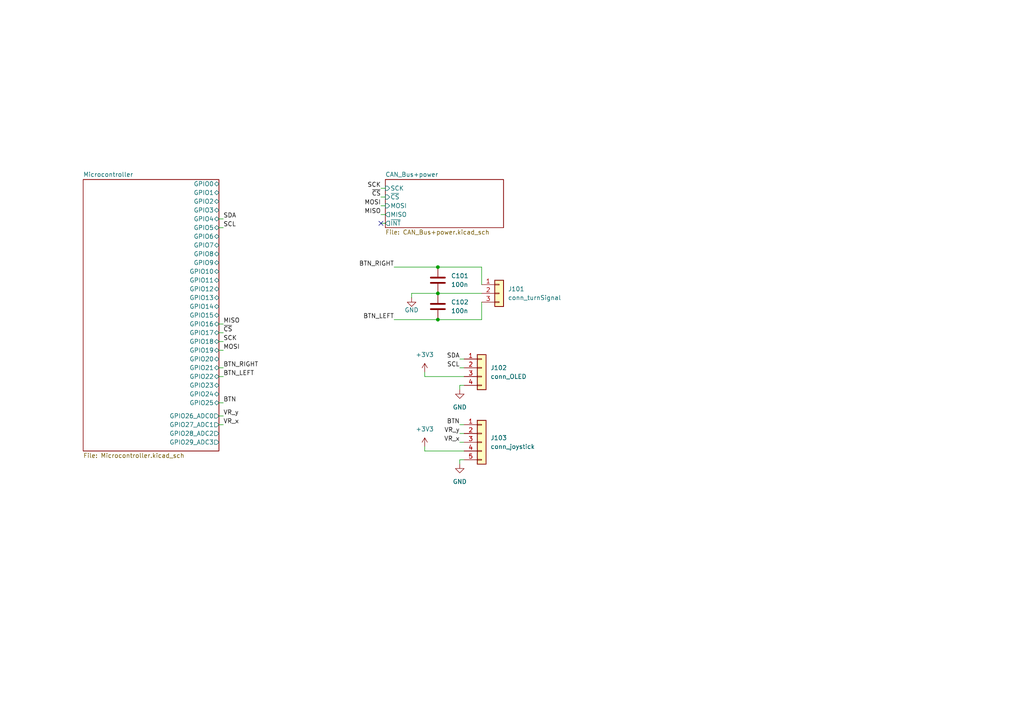
<source format=kicad_sch>
(kicad_sch (version 20231120) (generator "eeschema") (generator_version "8.0")
  (paper "A4")
  (title_block (title "Illumination system user interface - overview") (date "2024-03-26") (rev "A01") (company "Chalmers EENX16-VT24-27"))
  (lib_symbols
    (symbol "Connector_Generic:Conn_01x03" (pin_names (offset 1.016) hide)
      (property "Reference" "J" (at 0 5.08 0))
      (property "Value" "Conn_01x03" (at 0 -5.08 0))
      (symbol "Conn_01x03_1_1"
        (rectangle (start -1.27 -2.413) (end 0 -2.667) (stroke (width 0.1524)))
        (rectangle (start -1.27 0.127) (end 0 -0.127) (stroke (width 0.1524)))
        (rectangle (start -1.27 2.667) (end 0 2.413) (stroke (width 0.1524)))
        (rectangle (start -1.27 3.81) (end 1.27 -3.81) (stroke (width 0.254)) (fill (type background)))
        (pin passive line (at -5.08 2.54 0) (length 3.81) (name "Pin_1") (number "1"))
        (pin passive line (at -5.08 0 0) (length 3.81) (name "Pin_2") (number "2"))
        (pin passive line (at -5.08 -2.54 0) (length 3.81) (name "Pin_3") (number "3"))
      )
    )
    (symbol "Connector_Generic:Conn_01x04" (pin_names (offset 1.016) hide)
      (property "Reference" "J" (at 0 5.08 0))
      (property "Value" "Conn_01x04" (at 0 -7.62 0))
      (symbol "Conn_01x04_1_1"
        (rectangle (start -1.27 -4.953) (end 0 -5.207) (stroke (width 0.1524)))
        (rectangle (start -1.27 -2.413) (end 0 -2.667) (stroke (width 0.1524)))
        (rectangle (start -1.27 0.127) (end 0 -0.127) (stroke (width 0.1524)))
        (rectangle (start -1.27 2.667) (end 0 2.413) (stroke (width 0.1524)))
        (rectangle (start -1.27 3.81) (end 1.27 -6.35) (stroke (width 0.254)) (fill (type background)))
        (pin passive line (at -5.08 2.54 0) (length 3.81) (name "Pin_1") (number "1"))
        (pin passive line (at -5.08 0 0) (length 3.81) (name "Pin_2") (number "2"))
        (pin passive line (at -5.08 -2.54 0) (length 3.81) (name "Pin_3") (number "3"))
        (pin passive line (at -5.08 -5.08 0) (length 3.81) (name "Pin_4") (number "4"))
      )
    )
    (symbol "Connector_Generic:Conn_01x05" (pin_names (offset 1.016) hide)
      (property "Reference" "J" (at 0 7.62 0))
      (property "Value" "Conn_01x05" (at 0 -7.62 0))
      (symbol "Conn_01x05_1_1"
        (rectangle (start -1.27 -4.953) (end 0 -5.207) (stroke (width 0.1524)))
        (rectangle (start -1.27 -2.413) (end 0 -2.667) (stroke (width 0.1524)))
        (rectangle (start -1.27 0.127) (end 0 -0.127) (stroke (width 0.1524)))
        (rectangle (start -1.27 2.667) (end 0 2.413) (stroke (width 0.1524)))
        (rectangle (start -1.27 5.207) (end 0 4.953) (stroke (width 0.1524)))
        (rectangle (start -1.27 6.35) (end 1.27 -6.35) (stroke (width 0.254)) (fill (type background)))
        (pin passive line (at -5.08 5.08 0) (length 3.81) (name "Pin_1") (number "1"))
        (pin passive line (at -5.08 2.54 0) (length 3.81) (name "Pin_2") (number "2"))
        (pin passive line (at -5.08 0 0) (length 3.81) (name "Pin_3") (number "3"))
        (pin passive line (at -5.08 -2.54 0) (length 3.81) (name "Pin_4") (number "4"))
        (pin passive line (at -5.08 -5.08 0) (length 3.81) (name "Pin_5") (number "5"))
      )
    )
    (symbol "Device:C" (pin_numbers hide) (pin_names (offset 0.254))
      (property "Reference" "C" (at 0.635 2.54 0))
      (property "Value" "C" (at 0.635 -2.54 0))
      (symbol "C_0_1"
        (polyline (pts (xy -2.032 -0.762) (xy 2.032 -0.762)) (stroke (width 0.508)))
        (polyline (pts (xy -2.032 0.762) (xy 2.032 0.762)) (stroke (width 0.508)))
      )
      (symbol "C_1_1"
        (pin passive line (at 0 3.81 270) (length 2.794) (name "~") (number "1"))
        (pin passive line (at 0 -3.81 90) (length 2.794) (name "~") (number "2"))
      )
    )
    (symbol "power:+3V3" (power) (pin_numbers hide) (pin_names (offset 0) hide)
      (property "Value" "+3V3" (at 0 3.556 0))
      (symbol "+3V3_0_1"
        (polyline (pts (xy -0.762 1.27) (xy 0 2.54)))
        (polyline (pts (xy 0 0) (xy 0 2.54)))
        (polyline (pts (xy 0 2.54) (xy 0.762 1.27)))
      )
      (symbol "+3V3_1_1"
        (pin power_in line (at 0 0 90) (length 0) (name "~") (number "1"))
      )
    )
    (symbol "power:GND" (power) (pin_numbers hide) (pin_names (offset 0) hide)
      (property "Value" "GND" (at 0 -3.81 0))
      (symbol "GND_0_1"
        (polyline (pts (xy 0 0) (xy 0 -1.27) (xy 1.27 -1.27) (xy 0 -2.54) (xy -1.27 -1.27) (xy 0 -1.27)))
      )
      (symbol "GND_1_1"
        (pin power_in line (at 0 0 270) (length 0) (name "~") (number "1"))
      )
    )
  )
  (junction (at 127 92.71))
  (junction (at 127 85.09))
  (junction (at 127 77.47))
  (no_connect (at 110.49 64.77))
  (wire (pts (xy 119.38 85.09) (xy 127 85.09)))
  (wire (pts (xy 63.5 101.6) (xy 64.77 101.6)))
  (wire (pts (xy 114.3 92.71) (xy 127 92.71)))
  (wire (pts (xy 133.35 111.76) (xy 134.62 111.76)))
  (wire (pts (xy 123.19 130.81) (xy 134.62 130.81)))
  (wire (pts (xy 111.76 62.23) (xy 110.49 62.23)))
  (wire (pts (xy 111.76 54.61) (xy 110.49 54.61)))
  (wire (pts (xy 63.5 63.5) (xy 64.77 63.5)))
  (wire (pts (xy 133.35 125.73) (xy 134.62 125.73)))
  (wire (pts (xy 114.3 77.47) (xy 127 77.47)))
  (wire (pts (xy 123.19 129.54) (xy 123.19 130.81)))
  (wire (pts (xy 133.35 134.62) (xy 133.35 133.35)))
  (wire (pts (xy 139.7 77.47) (xy 127 77.47)))
  (wire (pts (xy 127 92.71) (xy 139.7 92.71)))
  (wire (pts (xy 133.35 104.14) (xy 134.62 104.14)))
  (wire (pts (xy 63.5 66.04) (xy 64.77 66.04)))
  (wire (pts (xy 133.35 113.03) (xy 133.35 111.76)))
  (wire (pts (xy 63.5 96.52) (xy 64.77 96.52)))
  (wire (pts (xy 139.7 87.63) (xy 139.7 92.71)))
  (wire (pts (xy 63.5 99.06) (xy 64.77 99.06)))
  (wire (pts (xy 63.5 93.98) (xy 64.77 93.98)))
  (wire (pts (xy 111.76 64.77) (xy 110.49 64.77)))
  (wire (pts (xy 63.5 109.22) (xy 64.77 109.22)))
  (wire (pts (xy 133.35 128.27) (xy 134.62 128.27)))
  (wire (pts (xy 127 85.09) (xy 139.7 85.09)))
  (wire (pts (xy 111.76 59.69) (xy 110.49 59.69)))
  (wire (pts (xy 133.35 133.35) (xy 134.62 133.35)))
  (wire (pts (xy 111.76 57.15) (xy 110.49 57.15)))
  (wire (pts (xy 63.5 116.84) (xy 64.77 116.84)))
  (wire (pts (xy 63.5 106.68) (xy 64.77 106.68)))
  (wire (pts (xy 133.35 123.19) (xy 134.62 123.19)))
  (wire (pts (xy 133.35 106.68) (xy 134.62 106.68)))
  (wire (pts (xy 63.5 120.65) (xy 64.77 120.65)))
  (wire (pts (xy 139.7 82.55) (xy 139.7 77.47)))
  (wire (pts (xy 63.5 123.19) (xy 64.77 123.19)))
  (wire (pts (xy 123.19 109.22) (xy 134.62 109.22)))
  (wire (pts (xy 123.19 107.95) (xy 123.19 109.22)))
  (wire (pts (xy 119.38 86.36) (xy 119.38 85.09)))
  (label "VR_x" (at 64.77 123.19 0))
  (label "MISO" (at 110.49 62.23 180))
  (label "VR_y" (at 133.35 125.73 180))
  (label "SCK" (at 110.49 54.61 180))
  (label "BTN" (at 64.77 116.84 0))
  (label "~{CS}" (at 110.49 57.15 180))
  (label "SDA" (at 64.77 63.5 0))
  (label "MISO" (at 64.77 93.98 0))
  (label "SDA" (at 133.35 104.14 180))
  (label "~{CS}" (at 64.77 96.52 0))
  (label "VR_x" (at 133.35 128.27 180))
  (label "BTN_RIGHT" (at 114.3 77.47 180))
  (label "BTN_LEFT" (at 114.3 92.71 180))
  (label "MOSI" (at 64.77 101.6 0))
  (label "BTN_RIGHT" (at 64.77 106.68 0))
  (label "MOSI" (at 110.49 59.69 180))
  (label "SCL" (at 64.77 66.04 0))
  (label "VR_y" (at 64.77 120.65 0))
  (label "SCL" (at 133.35 106.68 180))
  (label "SCK" (at 64.77 99.06 0))
  (label "BTN_LEFT" (at 64.77 109.22 0))
  (label "BTN" (at 133.35 123.19 180))
  (symbol (lib_id "Connector_Generic:Conn_01x05") (at 139.7 128.27 0) (unit 1)
    (property "Reference" "J103" (at 142.24 126.9999 0) (effects (justify left)))
    (property "Value" "conn_joystick" (at 142.24 129.5399 0) (effects (justify left)))
    (property "Footprint" "Connector_PinHeader_2.54mm:PinHeader_1x05_P2.54mm_Vertical" (effects (hide yes)))
    (property "Description" "Generic connector, single row, 01x05, script generated (kicad-library-utils/schlib/autogen/connector/)" (effects (hide yes)))
    (property "mouser" "909-JOYSTICK-10K-CAP" (effects (hide yes)))
  )
  (symbol (lib_id "power:+3V3") (at 123.19 129.54 0) (unit 1)
    (property "Reference" "#PWR0104" (effects (hide yes)))
    (property "Value" "+3V3" (at 123.19 124.46 0))
    (property "Description" "Power symbol creates a global label with name \"+3V3\"" (effects (hide yes)))
  )
  (symbol (lib_id "Connector_Generic:Conn_01x03") (at 144.78 85.09 0) (unit 1)
    (property "Reference" "J101" (at 147.32 83.8199 0) (effects (justify left)))
    (property "Value" "conn_turnSignal" (at 147.32 86.3599 0) (effects (justify left)))
    (property "Footprint" "Connector_PinHeader_2.54mm:PinHeader_1x03_P2.54mm_Vertical" (effects (hide yes)))
    (property "Description" "Generic connector, single row, 01x03, script generated (kicad-library-utils/schlib/autogen/connector/)" (effects (hide yes)))
    (property "mouser" "612-R4GBLKBLKHF0" (effects (hide yes)))
  )
  (symbol (lib_id "power:+3V3") (at 123.19 107.95 0) (unit 1)
    (property "Reference" "#PWR0102" (effects (hide yes)))
    (property "Value" "+3V3" (at 123.19 102.87 0))
    (property "Description" "Power symbol creates a global label with name \"+3V3\"" (effects (hide yes)))
  )
  (symbol (lib_id "power:GND") (at 133.35 134.62 0) (unit 1)
    (property "Reference" "#PWR0105" (effects (hide yes)))
    (property "Value" "GND" (at 133.35 139.7 0))
    (property "Description" "Power symbol creates a global label with name \"GND\" , ground" (effects (hide yes)))
  )
  (symbol (lib_id "Connector_Generic:Conn_01x04") (at 139.7 106.68 0) (unit 1)
    (property "Reference" "J102" (at 142.24 106.6799 0) (effects (justify left)))
    (property "Value" "conn_OLED" (at 142.24 109.2199 0) (effects (justify left)))
    (property "Footprint" "Connector_PinHeader_2.54mm:PinHeader_1x04_P2.54mm_Vertical" (effects (hide yes)))
    (property "Description" "Generic connector, single row, 01x04, script generated (kicad-library-utils/schlib/autogen/connector/)" (effects (hide yes)))
    (property "ETA" "CASE" (effects (hide yes)))
  )
  (symbol (lib_id "Device:C") (at 127 88.9 0) (unit 1)
    (property "Reference" "C102" (at 130.81 87.6299 0) (effects (justify left)))
    (property "Value" "100n" (at 130.81 90.1699 0) (effects (justify left)))
    (property "Footprint" "Capacitor_SMD:C_0402_1005Metric" (effects (hide yes)))
    (property "Datasheet" "https://www.mouser.se/datasheet/2/281/1/GCM155R71H104KE02_01A-3142168.pdf" (effects (hide yes)))
    (property "Description" "Unpolarized capacitor" (effects (hide yes)))
    (property "mouser" "81-GCM155R71H104KE2D" (effects (hide yes)))
  )
  (symbol (lib_id "Device:C") (at 127 81.28 0) (unit 1)
    (property "Reference" "C101" (at 130.81 80.0099 0) (effects (justify left)))
    (property "Value" "100n" (at 130.81 82.5499 0) (effects (justify left)))
    (property "Footprint" "Capacitor_SMD:C_0402_1005Metric" (effects (hide yes)))
    (property "Datasheet" "https://www.mouser.se/datasheet/2/281/1/GCM155R71H104KE02_01A-3142168.pdf" (effects (hide yes)))
    (property "Description" "Unpolarized capacitor" (effects (hide yes)))
    (property "mouser" "81-GCM155R71H104KE2D" (effects (hide yes)))
  )
  (symbol (lib_id "power:GND") (at 133.35 113.03 0) (unit 1)
    (property "Reference" "#PWR0103" (effects (hide yes)))
    (property "Value" "GND" (at 133.35 118.11 0))
    (property "Description" "Power symbol creates a global label with name \"GND\" , ground" (effects (hide yes)))
  )
  (symbol (lib_id "power:GND") (at 119.38 86.36 0) (unit 1)
    (property "Reference" "#PWR0101" (effects (hide yes)))
    (property "Value" "GND" (at 119.38 89.916 0))
    (property "Description" "Power symbol creates a global label with name \"GND\" , ground" (effects (hide yes)))
  )
  (sheet (at 111.76 52.07) (size 34.29 13.97) (stroke (width 0.1524))
    (property "Sheetname" "CAN_Bus+power" (at 111.76 51.3584 0) (effects (justify left bottom)))
    (property "Sheetfile" "CAN_Bus+power.kicad_sch" (at 111.76 66.6246 0) (effects (justify left top)))
    (pin "~{INT}" output (at 111.76 64.77 180))
    (pin "MISO" output (at 111.76 62.23 180))
    (pin "MOSI" input (at 111.76 59.69 180))
    (pin "~{CS}" input (at 111.76 57.15 180))
    (pin "SCK" input (at 111.76 54.61 180))
  )
  (sheet (at 24.13 52.07) (size 39.37 78.74) (stroke (width 0.1524))
    (property "Sheetname" "Microcontroller" (at 24.13 51.3584 0) (effects (justify left bottom)))
    (property "Sheetfile" "Microcontroller.kicad_sch" (at 24.13 131.3946 0) (effects (justify left top)))
    (pin "GPIO0" bidirectional (at 63.5 53.34 0))
    (pin "GPIO1" bidirectional (at 63.5 55.88 0))
    (pin "GPIO13" bidirectional (at 63.5 86.36 0))
    (pin "GPIO14" bidirectional (at 63.5 88.9 0))
    (pin "GPIO15" bidirectional (at 63.5 91.44 0))
    (pin "GPIO16" bidirectional (at 63.5 93.98 0))
    (pin "GPIO17" bidirectional (at 63.5 96.52 0))
    (pin "GPIO12" bidirectional (at 63.5 83.82 0))
    (pin "GPIO24" bidirectional (at 63.5 114.3 0))
    (pin "GPIO25" bidirectional (at 63.5 116.84 0))
    (pin "GPIO27_ADC1" output (at 63.5 123.19 0))
    (pin "GPIO29_ADC3" output (at 63.5 128.27 0))
    (pin "GPIO28_ADC2" output (at 63.5 125.73 0))
    (pin "GPIO26_ADC0" output (at 63.5 120.65 0))
    (pin "GPIO8" bidirectional (at 63.5 73.66 0))
    (pin "GPIO10" bidirectional (at 63.5 78.74 0))
    (pin "GPIO9" bidirectional (at 63.5 76.2 0))
    (pin "GPIO7" bidirectional (at 63.5 71.12 0))
    (pin "GPIO11" bidirectional (at 63.5 81.28 0))
    (pin "GPIO22" bidirectional (at 63.5 109.22 0))
    (pin "GPIO20" bidirectional (at 63.5 104.14 0))
    (pin "GPIO21" bidirectional (at 63.5 106.68 0))
    (pin "GPIO18" bidirectional (at 63.5 99.06 0))
    (pin "GPIO23" bidirectional (at 63.5 111.76 0))
    (pin "GPIO19" bidirectional (at 63.5 101.6 0))
    (pin "GPIO5" bidirectional (at 63.5 66.04 0))
    (pin "GPIO2" bidirectional (at 63.5 58.42 0))
    (pin "GPIO3" bidirectional (at 63.5 60.96 0))
    (pin "GPIO4" bidirectional (at 63.5 63.5 0))
    (pin "GPIO6" bidirectional (at 63.5 68.58 0))
  )
)
</source>
